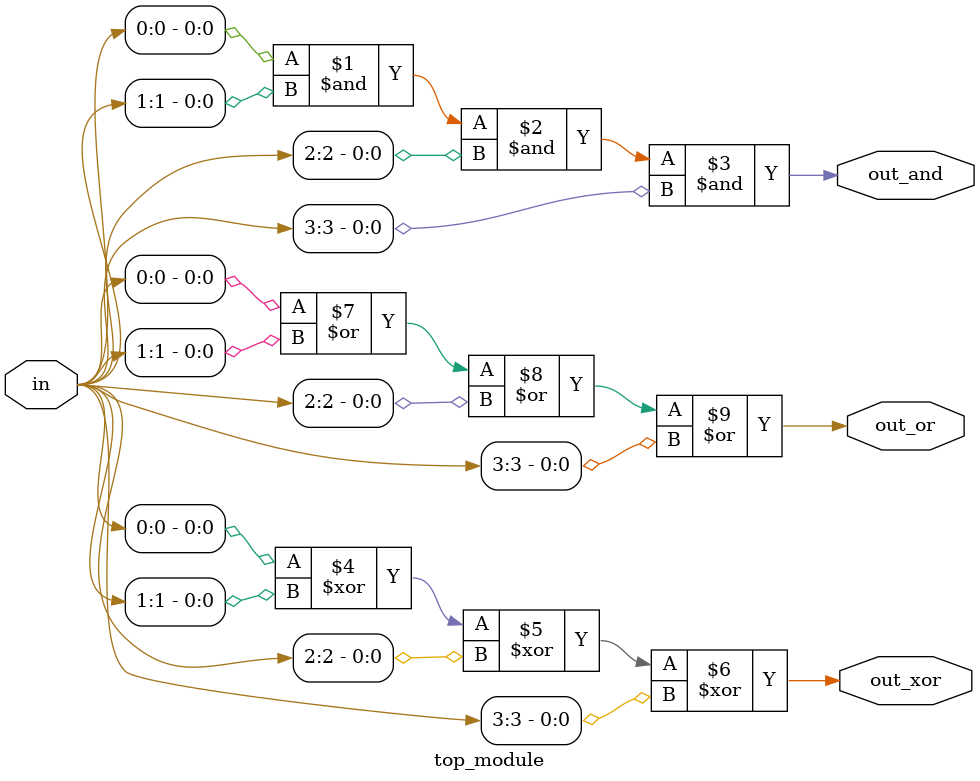
<source format=v>
module top_module( 
    input [3:0] in,
    output out_and,
    output out_or,
    output out_xor
);
    assign out_and = in[0]&in[1]&in[2]&in[3];
    assign out_xor = in[0]^in[1]^in[2]^in[3];
    assign out_or  = in[0]|in[1]|in[2]|in[3];
endmodule

</source>
